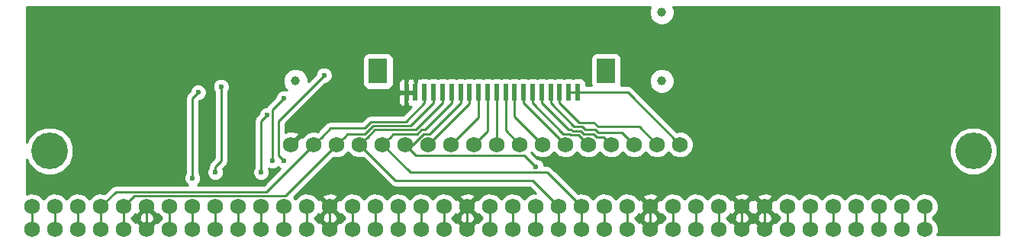
<source format=gbr>
G04 #@! TF.FileFunction,Copper,L1,Top,Signal*
%FSLAX46Y46*%
G04 Gerber Fmt 4.6, Leading zero omitted, Abs format (unit mm)*
G04 Created by KiCad (PCBNEW 4.0.4-stable) date 08/04/17 17:34:58*
%MOMM*%
%LPD*%
G01*
G04 APERTURE LIST*
%ADD10C,0.100000*%
%ADD11C,4.064000*%
%ADD12C,1.000000*%
%ADD13R,0.600000X1.900000*%
%ADD14R,2.100000X2.800000*%
%ADD15C,1.727200*%
%ADD16C,0.600000*%
%ADD17C,0.250000*%
%ADD18C,0.254000*%
G04 APERTURE END LIST*
D10*
D11*
X54000000Y10000000D03*
D12*
X81280000Y17780000D03*
X121920000Y17780000D03*
D11*
X156500000Y10000000D03*
D12*
X121920000Y25400000D03*
D13*
X112600000Y16510000D03*
X111600000Y16510000D03*
X110600000Y16510000D03*
X109600000Y16510000D03*
X108600000Y16510000D03*
X107600000Y16510000D03*
X106600000Y16510000D03*
X105600000Y16510000D03*
X104600000Y16510000D03*
X103600000Y16510000D03*
X102600000Y16510000D03*
X101600000Y16510000D03*
X100600000Y16510000D03*
X99600000Y16510000D03*
X98600000Y16510000D03*
X97600000Y16510000D03*
D14*
X90450000Y18860000D03*
X115750000Y18860000D03*
D13*
X96600000Y16510000D03*
X95600000Y16510000D03*
X94600000Y16510000D03*
X93600000Y16510000D03*
D15*
X69850000Y1270000D03*
X77470000Y1270000D03*
X120650000Y1270000D03*
X59690000Y1270000D03*
X52070000Y1270000D03*
X54610000Y1270000D03*
X57150000Y1270000D03*
X62230000Y1270000D03*
X72390000Y1270000D03*
X64770000Y1270000D03*
X67310000Y1270000D03*
X74930000Y1270000D03*
X85090000Y1270000D03*
X80010000Y1270000D03*
X82550000Y1270000D03*
X87630000Y1270000D03*
X97790000Y1270000D03*
X90170000Y1270000D03*
X92710000Y1270000D03*
X95250000Y1270000D03*
X100330000Y1270000D03*
X110490000Y1270000D03*
X102870000Y1270000D03*
X105410000Y1270000D03*
X107950000Y1270000D03*
X113030000Y1270000D03*
X123190000Y1270000D03*
X115570000Y1270000D03*
X118110000Y1270000D03*
X125730000Y1270000D03*
X135890000Y1270000D03*
X128270000Y1270000D03*
X130810000Y1270000D03*
X133350000Y1270000D03*
X138430000Y1270000D03*
X148590000Y1270000D03*
X140970000Y1270000D03*
X143510000Y1270000D03*
X146050000Y1270000D03*
X151130000Y1270000D03*
X133350000Y3810000D03*
X146050000Y3810000D03*
X128270000Y3810000D03*
X130810000Y3810000D03*
X140970000Y3810000D03*
X143510000Y3810000D03*
X135890000Y3810000D03*
X138430000Y3810000D03*
X148590000Y3810000D03*
X151130000Y3810000D03*
X82550000Y3810000D03*
X95250000Y3810000D03*
X77470000Y3810000D03*
X80010000Y3810000D03*
X90170000Y3810000D03*
X92710000Y3810000D03*
X85090000Y3810000D03*
X87630000Y3810000D03*
X97790000Y3810000D03*
X100330000Y3810000D03*
X57150000Y3810000D03*
X69850000Y3810000D03*
X52070000Y3810000D03*
X54610000Y3810000D03*
X64770000Y3810000D03*
X67310000Y3810000D03*
X59690000Y3810000D03*
X62230000Y3810000D03*
X72390000Y3810000D03*
X74930000Y3810000D03*
X107950000Y3810000D03*
X120650000Y3810000D03*
X102870000Y3810000D03*
X105410000Y3810000D03*
X115570000Y3810000D03*
X118110000Y3810000D03*
X110490000Y3810000D03*
X113030000Y3810000D03*
X123190000Y3810000D03*
X125730000Y3810000D03*
X121430553Y10703139D03*
X106190553Y10703139D03*
X103650553Y10703139D03*
X80790553Y10703139D03*
X83330553Y10703139D03*
X85870553Y10703139D03*
X113810553Y10703139D03*
X108730553Y10703139D03*
X111270553Y10703139D03*
X118890553Y10703139D03*
X116350553Y10703139D03*
X96030553Y10703139D03*
X93490553Y10703139D03*
X88410553Y10703139D03*
X90950553Y10703139D03*
X98570553Y10703139D03*
X123970553Y10703139D03*
X101110553Y10703139D03*
D16*
X107950000Y8255000D03*
X78740000Y8890000D03*
X80010000Y15875000D03*
X72390000Y7620000D03*
X73025000Y17145000D03*
X69850000Y6985000D03*
X70485000Y16510000D03*
X77470000Y7620000D03*
X78105000Y13970000D03*
X80010000Y8890000D03*
X84455000Y18415000D03*
D17*
X64770000Y1270000D02*
X64770000Y3810000D01*
X85090000Y1270000D02*
X85090000Y3810000D01*
X100330000Y1270000D02*
X100330000Y3810000D01*
X120650000Y1270000D02*
X120650000Y2491314D01*
X120650000Y2491314D02*
X120650000Y3810000D01*
X130810000Y1270000D02*
X130810000Y3810000D01*
X133350000Y1270000D02*
X133350000Y3810000D01*
X112600000Y16510000D02*
X118163692Y16510000D01*
X111600000Y16510000D02*
X112600000Y16510000D01*
X118163692Y16510000D02*
X123970553Y10703139D01*
X52070000Y1270000D02*
X52070000Y2491314D01*
X52070000Y2491314D02*
X52070000Y3810000D01*
X67310000Y1270000D02*
X67310000Y3810000D01*
X87630000Y1270000D02*
X87630000Y3810000D01*
X102870000Y1270000D02*
X102870000Y3810000D01*
X123190000Y1270000D02*
X123190000Y2491314D01*
X123190000Y2491314D02*
X123190000Y3810000D01*
X125730000Y1270000D02*
X125730000Y3810000D01*
X102600000Y16510000D02*
X102600000Y12192586D01*
X102600000Y12192586D02*
X101110553Y10703139D01*
X92710000Y1270000D02*
X92710000Y3810000D01*
X93531773Y13241773D02*
X89676365Y13241773D01*
X95600000Y16510000D02*
X95600000Y15310000D01*
X95600000Y15310000D02*
X93531773Y13241773D01*
X84194152Y11566738D02*
X83330553Y10703139D01*
X85142425Y12515011D02*
X84194152Y11566738D01*
X88949603Y12515011D02*
X85142425Y12515011D01*
X89676365Y13241773D02*
X88949603Y12515011D01*
X59690000Y1270000D02*
X59690000Y3810000D01*
X82466954Y9839540D02*
X83330553Y10703139D01*
X78076026Y5448612D02*
X82466954Y9839540D01*
X61328612Y5448612D02*
X78076026Y5448612D01*
X59690000Y3810000D02*
X61328612Y5448612D01*
X88962744Y11891740D02*
X87059154Y11891740D01*
X86734152Y11566738D02*
X85870553Y10703139D01*
X87059154Y11891740D02*
X86734152Y11566738D01*
X89862766Y12791762D02*
X88962744Y11891740D01*
X94081762Y12791762D02*
X89862766Y12791762D01*
X96600000Y15310000D02*
X94081762Y12791762D01*
X96600000Y16510000D02*
X96600000Y15310000D01*
X62230000Y1270000D02*
X62230000Y3810000D01*
X85870553Y10703139D02*
X80166015Y4998601D01*
X80166015Y4998601D02*
X63418601Y4998601D01*
X63418601Y4998601D02*
X63093599Y4673599D01*
X63093599Y4673599D02*
X62230000Y3810000D01*
X94271423Y10703139D02*
X93490553Y10703139D01*
X99600000Y16510000D02*
X99600000Y15310000D01*
X99600000Y15310000D02*
X96181740Y11891740D01*
X96181740Y11891740D02*
X95460024Y11891740D01*
X95460024Y11891740D02*
X94271423Y10703139D01*
X107950000Y1270000D02*
X107950000Y3810000D01*
X106690462Y9514538D02*
X107950000Y8255000D01*
X93490553Y10703139D02*
X94679154Y9514538D01*
X94679154Y9514538D02*
X106690462Y9514538D01*
X89274152Y11566738D02*
X88410553Y10703139D01*
X94631751Y12341751D02*
X90049165Y12341751D01*
X97600000Y16510000D02*
X97600000Y15310000D01*
X97600000Y15310000D02*
X94631751Y12341751D01*
X90049165Y12341751D02*
X89274152Y11566738D01*
X110490000Y1270000D02*
X110490000Y3810000D01*
X88410553Y10703139D02*
X92393712Y6719980D01*
X109626401Y4673599D02*
X110490000Y3810000D01*
X92393712Y6719980D02*
X107580020Y6719980D01*
X107580020Y6719980D02*
X109626401Y4673599D01*
X91814152Y11566738D02*
X90950553Y10703139D01*
X94823614Y11891740D02*
X92139154Y11891740D01*
X95631751Y12341751D02*
X95273624Y12341751D01*
X95273624Y12341751D02*
X94823614Y11891740D01*
X98600000Y16510000D02*
X98600000Y15310000D01*
X92139154Y11891740D02*
X91814152Y11566738D01*
X98600000Y15310000D02*
X95631751Y12341751D01*
X113030000Y1270000D02*
X113030000Y3810000D01*
X112166401Y4673599D02*
X113030000Y3810000D01*
X94023694Y7629998D02*
X109210002Y7629998D01*
X90950553Y10703139D02*
X94023694Y7629998D01*
X109210002Y7629998D02*
X112166401Y4673599D01*
X128270000Y1270000D02*
X128270000Y3810000D01*
X135890000Y1270000D02*
X135890000Y3810000D01*
X138430000Y1270000D02*
X138430000Y3810000D01*
X140970000Y3810000D02*
X140970000Y1270000D01*
X143510000Y1270000D02*
X143510000Y3810000D01*
X146050000Y1270000D02*
X146050000Y3810000D01*
X148590000Y1270000D02*
X148590000Y3810000D01*
X151130000Y1270000D02*
X151130000Y3810000D01*
X103600000Y16510000D02*
X103600000Y10753692D01*
X103600000Y10753692D02*
X103650553Y10703139D01*
X54610000Y1270000D02*
X54610000Y3810000D01*
X104600000Y16510000D02*
X104600000Y12293692D01*
X104600000Y12293692D02*
X106190553Y10703139D01*
X57150000Y1270000D02*
X57150000Y3810000D01*
X74930000Y1270000D02*
X74930000Y3810000D01*
X101600000Y16510000D02*
X101600000Y13732586D01*
X101600000Y13732586D02*
X98570553Y10703139D01*
X95250000Y1270000D02*
X95250000Y3810000D01*
X100600000Y16510000D02*
X100600000Y15272586D01*
X100600000Y15272586D02*
X96030553Y10703139D01*
X97790000Y1270000D02*
X97790000Y3810000D01*
X106600000Y16510000D02*
X106600000Y15310000D01*
X106600000Y15310000D02*
X111206861Y10703139D01*
X111206861Y10703139D02*
X111270553Y10703139D01*
X80010000Y1270000D02*
X80010000Y3810000D01*
X78740000Y14605000D02*
X78740000Y8890000D01*
X80010000Y15875000D02*
X78740000Y14605000D01*
X114381082Y11891740D02*
X114706084Y11566738D01*
X112900115Y12249987D02*
X113258362Y11891740D01*
X111931838Y12341751D02*
X112023601Y12249988D01*
X111568249Y12341751D02*
X111931838Y12341751D01*
X112023601Y12249988D02*
X112900115Y12249987D01*
X108600000Y16510000D02*
X108600000Y15310000D01*
X115486954Y11566738D02*
X116350553Y10703139D01*
X108600000Y15310000D02*
X111568249Y12341751D01*
X114706084Y11566738D02*
X115486954Y11566738D01*
X113258362Y11891740D02*
X114381082Y11891740D01*
X72390000Y1270000D02*
X72390000Y3810000D01*
X73025000Y8890000D02*
X72390000Y8255000D01*
X72390000Y8255000D02*
X72390000Y7620000D01*
X73025000Y17145000D02*
X73025000Y8890000D01*
X118026954Y11566738D02*
X118890553Y10703139D01*
X113444761Y12341751D02*
X114567482Y12341751D01*
X114567482Y12341751D02*
X114844232Y12065000D01*
X113086516Y12699996D02*
X113444761Y12341751D01*
X112210002Y12699998D02*
X113086516Y12699996D01*
X109600000Y15310000D02*
X112210002Y12699998D01*
X109600000Y16510000D02*
X109600000Y15310000D01*
X114844232Y12065000D02*
X117528692Y12065000D01*
X117528692Y12065000D02*
X118026954Y11566738D01*
X69850000Y1270000D02*
X69850000Y3810000D01*
X69850000Y15875000D02*
X69850000Y6985000D01*
X70485000Y16510000D02*
X69850000Y15875000D01*
X105600000Y16510000D02*
X105600000Y13833692D01*
X105600000Y13833692D02*
X108730553Y10703139D01*
X77470000Y1270000D02*
X77470000Y2491314D01*
X77470000Y2491314D02*
X77470000Y3810000D01*
X77470000Y13335000D02*
X77470000Y7620000D01*
X78105000Y13970000D02*
X77470000Y13335000D01*
X111745438Y11891740D02*
X111837200Y11799978D01*
X112713714Y11799978D02*
X112946954Y11566738D01*
X112946954Y11566738D02*
X113810553Y10703139D01*
X107600000Y16510000D02*
X107600000Y15310000D01*
X111837200Y11799978D02*
X112713714Y11799978D01*
X107600000Y15310000D02*
X111018260Y11891740D01*
X111018260Y11891740D02*
X111745438Y11891740D01*
X82550000Y1270000D02*
X82550000Y3810000D01*
X79375000Y9525000D02*
X80010000Y8890000D01*
X79375000Y13335000D02*
X79375000Y9525000D01*
X84455000Y18415000D02*
X79375000Y13335000D01*
X90170000Y1270000D02*
X90170000Y3810000D01*
X114845644Y12700000D02*
X119433692Y12700000D01*
X119433692Y12700000D02*
X121430553Y10703139D01*
X110600000Y15310000D02*
X112759993Y13150007D01*
X110600000Y16510000D02*
X110600000Y15310000D01*
X112759993Y13150007D02*
X114395644Y13150000D01*
X114395644Y13150000D02*
X114845644Y12700000D01*
X105410000Y1270000D02*
X105410000Y3810000D01*
X115570000Y1270000D02*
X115570000Y3810000D01*
X118110000Y1270000D02*
X118110000Y2491314D01*
X118110000Y2491314D02*
X118110000Y3810000D01*
D18*
G36*
X120523243Y25679100D02*
X120522758Y25123339D01*
X120734990Y24609697D01*
X121127630Y24216371D01*
X121640900Y24003243D01*
X122196661Y24002758D01*
X122710303Y24214990D01*
X123103629Y24607630D01*
X123316757Y25120900D01*
X123317242Y25676661D01*
X123189839Y25985000D01*
X159315000Y25985000D01*
X159315000Y685000D01*
X152509747Y685000D01*
X152628339Y970602D01*
X152628859Y1566782D01*
X152401192Y2117780D01*
X151979997Y2539710D01*
X151979069Y2540095D01*
X152399710Y2960003D01*
X152628339Y3510602D01*
X152628859Y4106782D01*
X152401192Y4657780D01*
X151979997Y5079710D01*
X151429398Y5308339D01*
X150833218Y5308859D01*
X150282220Y5081192D01*
X149860290Y4659997D01*
X149859905Y4659069D01*
X149439997Y5079710D01*
X148889398Y5308339D01*
X148293218Y5308859D01*
X147742220Y5081192D01*
X147320290Y4659997D01*
X147319905Y4659069D01*
X146899997Y5079710D01*
X146349398Y5308339D01*
X145753218Y5308859D01*
X145202220Y5081192D01*
X144780290Y4659997D01*
X144779905Y4659069D01*
X144359997Y5079710D01*
X143809398Y5308339D01*
X143213218Y5308859D01*
X142662220Y5081192D01*
X142240290Y4659997D01*
X142239905Y4659069D01*
X141819997Y5079710D01*
X141269398Y5308339D01*
X140673218Y5308859D01*
X140122220Y5081192D01*
X139700290Y4659997D01*
X139699905Y4659069D01*
X139279997Y5079710D01*
X138729398Y5308339D01*
X138133218Y5308859D01*
X137582220Y5081192D01*
X137160290Y4659997D01*
X137159905Y4659069D01*
X136739997Y5079710D01*
X136189398Y5308339D01*
X135593218Y5308859D01*
X135042220Y5081192D01*
X134620290Y4659997D01*
X134603459Y4619463D01*
X134403805Y4684200D01*
X133529605Y3810000D01*
X134403805Y2935800D01*
X134603033Y3000399D01*
X134618808Y2962220D01*
X135040003Y2540290D01*
X135040931Y2539905D01*
X134620290Y2119997D01*
X134603459Y2079463D01*
X134403805Y2144200D01*
X133529605Y1270000D01*
X133543748Y1255858D01*
X133364143Y1076253D01*
X133350000Y1090395D01*
X133335858Y1076253D01*
X133156253Y1255858D01*
X133170395Y1270000D01*
X132296195Y2144200D01*
X132080000Y2074099D01*
X131863805Y2144200D01*
X130989605Y1270000D01*
X131003748Y1255858D01*
X130824143Y1076253D01*
X130810000Y1090395D01*
X130795858Y1076253D01*
X130616253Y1255858D01*
X130630395Y1270000D01*
X129756195Y2144200D01*
X129556967Y2079601D01*
X129541192Y2117780D01*
X129119997Y2539710D01*
X129119069Y2540095D01*
X129335546Y2756195D01*
X129935800Y2756195D01*
X130005901Y2540000D01*
X129935800Y2323805D01*
X130810000Y1449605D01*
X131684200Y2323805D01*
X131614099Y2540000D01*
X131684200Y2756195D01*
X132475800Y2756195D01*
X132545901Y2540000D01*
X132475800Y2323805D01*
X133350000Y1449605D01*
X134224200Y2323805D01*
X134154099Y2540000D01*
X134224200Y2756195D01*
X133350000Y3630395D01*
X132475800Y2756195D01*
X131684200Y2756195D01*
X130810000Y3630395D01*
X129935800Y2756195D01*
X129335546Y2756195D01*
X129539710Y2960003D01*
X129556541Y3000537D01*
X129756195Y2935800D01*
X130630395Y3810000D01*
X130989605Y3810000D01*
X131863805Y2935800D01*
X132080000Y3005901D01*
X132296195Y2935800D01*
X133170395Y3810000D01*
X132296195Y4684200D01*
X132080000Y4614099D01*
X131863805Y4684200D01*
X130989605Y3810000D01*
X130630395Y3810000D01*
X129756195Y4684200D01*
X129556967Y4619601D01*
X129541192Y4657780D01*
X129335526Y4863805D01*
X129935800Y4863805D01*
X130810000Y3989605D01*
X131684200Y4863805D01*
X132475800Y4863805D01*
X133350000Y3989605D01*
X134224200Y4863805D01*
X134142259Y5116516D01*
X133581970Y5320248D01*
X132986365Y5294058D01*
X132557741Y5116516D01*
X132475800Y4863805D01*
X131684200Y4863805D01*
X131602259Y5116516D01*
X131041970Y5320248D01*
X130446365Y5294058D01*
X130017741Y5116516D01*
X129935800Y4863805D01*
X129335526Y4863805D01*
X129119997Y5079710D01*
X128569398Y5308339D01*
X127973218Y5308859D01*
X127422220Y5081192D01*
X127000290Y4659997D01*
X126999905Y4659069D01*
X126579997Y5079710D01*
X126029398Y5308339D01*
X125433218Y5308859D01*
X124882220Y5081192D01*
X124460290Y4659997D01*
X124459905Y4659069D01*
X124039997Y5079710D01*
X123489398Y5308339D01*
X122893218Y5308859D01*
X122342220Y5081192D01*
X121920290Y4659997D01*
X121903459Y4619463D01*
X121703805Y4684200D01*
X120829605Y3810000D01*
X121703805Y2935800D01*
X121903033Y3000399D01*
X121918808Y2962220D01*
X122340003Y2540290D01*
X122340931Y2539905D01*
X121920290Y2119997D01*
X121903459Y2079463D01*
X121703805Y2144200D01*
X120829605Y1270000D01*
X120843748Y1255858D01*
X120664143Y1076253D01*
X120650000Y1090395D01*
X120635858Y1076253D01*
X120456253Y1255858D01*
X120470395Y1270000D01*
X119596195Y2144200D01*
X119396967Y2079601D01*
X119381192Y2117780D01*
X118959997Y2539710D01*
X118959069Y2540095D01*
X119175546Y2756195D01*
X119775800Y2756195D01*
X119845901Y2540000D01*
X119775800Y2323805D01*
X120650000Y1449605D01*
X121524200Y2323805D01*
X121454099Y2540000D01*
X121524200Y2756195D01*
X120650000Y3630395D01*
X119775800Y2756195D01*
X119175546Y2756195D01*
X119379710Y2960003D01*
X119396541Y3000537D01*
X119596195Y2935800D01*
X120470395Y3810000D01*
X119596195Y4684200D01*
X119396967Y4619601D01*
X119381192Y4657780D01*
X119175526Y4863805D01*
X119775800Y4863805D01*
X120650000Y3989605D01*
X121524200Y4863805D01*
X121442259Y5116516D01*
X120881970Y5320248D01*
X120286365Y5294058D01*
X119857741Y5116516D01*
X119775800Y4863805D01*
X119175526Y4863805D01*
X118959997Y5079710D01*
X118409398Y5308339D01*
X117813218Y5308859D01*
X117262220Y5081192D01*
X116840290Y4659997D01*
X116839905Y4659069D01*
X116419997Y5079710D01*
X115869398Y5308339D01*
X115273218Y5308859D01*
X114722220Y5081192D01*
X114300290Y4659997D01*
X114299905Y4659069D01*
X113879997Y5079710D01*
X113329398Y5308339D01*
X112733218Y5308859D01*
X112643156Y5271646D01*
X109747403Y8167399D01*
X109500841Y8332146D01*
X109210002Y8389998D01*
X108885118Y8389998D01*
X108885162Y8440167D01*
X108743117Y8783943D01*
X108480327Y9047192D01*
X108136799Y9189838D01*
X108089923Y9189879D01*
X107443447Y9836355D01*
X107460263Y9853142D01*
X107460648Y9854070D01*
X107880556Y9433429D01*
X108431155Y9204800D01*
X109027335Y9204280D01*
X109578333Y9431947D01*
X110000263Y9853142D01*
X110000648Y9854070D01*
X110420556Y9433429D01*
X110971155Y9204800D01*
X111567335Y9204280D01*
X112118333Y9431947D01*
X112540263Y9853142D01*
X112540648Y9854070D01*
X112960556Y9433429D01*
X113511155Y9204800D01*
X114107335Y9204280D01*
X114658333Y9431947D01*
X115080263Y9853142D01*
X115080648Y9854070D01*
X115500556Y9433429D01*
X116051155Y9204800D01*
X116647335Y9204280D01*
X117198333Y9431947D01*
X117620263Y9853142D01*
X117620648Y9854070D01*
X118040556Y9433429D01*
X118591155Y9204800D01*
X119187335Y9204280D01*
X119738333Y9431947D01*
X120160263Y9853142D01*
X120160648Y9854070D01*
X120580556Y9433429D01*
X121131155Y9204800D01*
X121727335Y9204280D01*
X122278333Y9431947D01*
X122700263Y9853142D01*
X122700648Y9854070D01*
X123120556Y9433429D01*
X123671155Y9204800D01*
X124267335Y9204280D01*
X124818333Y9431947D01*
X124858283Y9471828D01*
X153832538Y9471828D01*
X154237709Y8491239D01*
X154987293Y7740345D01*
X155967173Y7333464D01*
X157028172Y7332538D01*
X158008761Y7737709D01*
X158759655Y8487293D01*
X159166536Y9467173D01*
X159167462Y10528172D01*
X158762291Y11508761D01*
X158012707Y12259655D01*
X157032827Y12666536D01*
X155971828Y12667462D01*
X154991239Y12262291D01*
X154240345Y11512707D01*
X153833464Y10532827D01*
X153832538Y9471828D01*
X124858283Y9471828D01*
X125240263Y9853142D01*
X125468892Y10403741D01*
X125469412Y10999921D01*
X125241745Y11550919D01*
X124820550Y11972849D01*
X124269951Y12201478D01*
X123673771Y12201998D01*
X123583709Y12164785D01*
X118701093Y17047401D01*
X118454531Y17212148D01*
X118163692Y17270000D01*
X117408964Y17270000D01*
X117447440Y17460000D01*
X117447440Y17503339D01*
X120522758Y17503339D01*
X120734990Y16989697D01*
X121127630Y16596371D01*
X121640900Y16383243D01*
X122196661Y16382758D01*
X122710303Y16594990D01*
X123103629Y16987630D01*
X123316757Y17500900D01*
X123317242Y18056661D01*
X123105010Y18570303D01*
X122712370Y18963629D01*
X122199100Y19176757D01*
X121643339Y19177242D01*
X121129697Y18965010D01*
X120736371Y18572370D01*
X120523243Y18059100D01*
X120522758Y17503339D01*
X117447440Y17503339D01*
X117447440Y20260000D01*
X117403162Y20495317D01*
X117264090Y20711441D01*
X117051890Y20856431D01*
X116800000Y20907440D01*
X114700000Y20907440D01*
X114464683Y20863162D01*
X114248559Y20724090D01*
X114103569Y20511890D01*
X114052560Y20260000D01*
X114052560Y17460000D01*
X114088311Y17270000D01*
X113547440Y17270000D01*
X113547440Y17460000D01*
X113503162Y17695317D01*
X113364090Y17911441D01*
X113151890Y18056431D01*
X112900000Y18107440D01*
X112300000Y18107440D01*
X112092658Y18068426D01*
X111900000Y18107440D01*
X111300000Y18107440D01*
X111092658Y18068426D01*
X110900000Y18107440D01*
X110300000Y18107440D01*
X110092658Y18068426D01*
X109900000Y18107440D01*
X109300000Y18107440D01*
X109092658Y18068426D01*
X108900000Y18107440D01*
X108300000Y18107440D01*
X108092658Y18068426D01*
X107900000Y18107440D01*
X107300000Y18107440D01*
X107092658Y18068426D01*
X106900000Y18107440D01*
X106300000Y18107440D01*
X106092658Y18068426D01*
X105900000Y18107440D01*
X105300000Y18107440D01*
X105092658Y18068426D01*
X104900000Y18107440D01*
X104300000Y18107440D01*
X104092658Y18068426D01*
X103900000Y18107440D01*
X103300000Y18107440D01*
X103092658Y18068426D01*
X102900000Y18107440D01*
X102300000Y18107440D01*
X102092658Y18068426D01*
X101900000Y18107440D01*
X101300000Y18107440D01*
X101092658Y18068426D01*
X100900000Y18107440D01*
X100300000Y18107440D01*
X100092658Y18068426D01*
X99900000Y18107440D01*
X99300000Y18107440D01*
X99092658Y18068426D01*
X98900000Y18107440D01*
X98300000Y18107440D01*
X98092658Y18068426D01*
X97900000Y18107440D01*
X97300000Y18107440D01*
X97092658Y18068426D01*
X96900000Y18107440D01*
X96300000Y18107440D01*
X96092658Y18068426D01*
X95900000Y18107440D01*
X95300000Y18107440D01*
X95091150Y18068142D01*
X95026309Y18095000D01*
X94885750Y18095000D01*
X94727000Y17936250D01*
X94727000Y17746182D01*
X94703569Y17711890D01*
X94652560Y17460000D01*
X94652560Y16363000D01*
X94473000Y16363000D01*
X94473000Y16383000D01*
X93727000Y16383000D01*
X93727000Y16286250D01*
X93665000Y16224250D01*
X93665000Y15433690D01*
X93727000Y15284009D01*
X93727000Y15083750D01*
X93885750Y14925000D01*
X94026309Y14925000D01*
X94100000Y14955524D01*
X94150008Y14934810D01*
X93216971Y14001773D01*
X89676365Y14001773D01*
X89385526Y13943921D01*
X89138964Y13779174D01*
X88634801Y13275011D01*
X85142425Y13275011D01*
X84851586Y13217159D01*
X84605024Y13052412D01*
X83717667Y12165055D01*
X83629951Y12201478D01*
X83033771Y12201998D01*
X82482773Y11974331D01*
X82060843Y11553136D01*
X82044012Y11512602D01*
X81844358Y11577339D01*
X80970158Y10703139D01*
X80984301Y10688997D01*
X80804696Y10509392D01*
X80790553Y10523534D01*
X80776411Y10509392D01*
X80596806Y10688997D01*
X80610948Y10703139D01*
X80596806Y10717282D01*
X80776411Y10896887D01*
X80790553Y10882744D01*
X81664753Y11756944D01*
X81582812Y12009655D01*
X81022523Y12213387D01*
X80426918Y12187197D01*
X80135000Y12066281D01*
X80135000Y13020198D01*
X83339052Y16224250D01*
X92665000Y16224250D01*
X92665000Y15433690D01*
X92761673Y15200301D01*
X92940302Y15021673D01*
X93173691Y14925000D01*
X93314250Y14925000D01*
X93473000Y15083750D01*
X93473000Y16383000D01*
X92823750Y16383000D01*
X92665000Y16224250D01*
X83339052Y16224250D01*
X84594680Y17479878D01*
X84640167Y17479838D01*
X84983943Y17621883D01*
X85247192Y17884673D01*
X85389838Y18228201D01*
X85390162Y18600167D01*
X85248117Y18943943D01*
X84985327Y19207192D01*
X84641799Y19349838D01*
X84269833Y19350162D01*
X83926057Y19208117D01*
X83662808Y18945327D01*
X83520162Y18601799D01*
X83520121Y18554923D01*
X82676941Y17711743D01*
X82677242Y18056661D01*
X82465010Y18570303D01*
X82072370Y18963629D01*
X81559100Y19176757D01*
X81003339Y19177242D01*
X80489697Y18965010D01*
X80096371Y18572370D01*
X79883243Y18059100D01*
X79882758Y17503339D01*
X80094990Y16989697D01*
X80329571Y16754706D01*
X80196799Y16809838D01*
X79824833Y16810162D01*
X79481057Y16668117D01*
X79217808Y16405327D01*
X79075162Y16061799D01*
X79075121Y16014923D01*
X78202599Y15142401D01*
X78044009Y14905054D01*
X77919833Y14905162D01*
X77576057Y14763117D01*
X77312808Y14500327D01*
X77170162Y14156799D01*
X77170121Y14109923D01*
X76932599Y13872401D01*
X76767852Y13625839D01*
X76710000Y13335000D01*
X76710000Y8182463D01*
X76677808Y8150327D01*
X76535162Y7806799D01*
X76534838Y7434833D01*
X76676883Y7091057D01*
X76939673Y6827808D01*
X77283201Y6685162D01*
X77655167Y6684838D01*
X77998943Y6826883D01*
X78262192Y7089673D01*
X78404838Y7433201D01*
X78405162Y7805167D01*
X78299690Y8060430D01*
X78553201Y7955162D01*
X78925167Y7954838D01*
X79268943Y8096883D01*
X79374954Y8202710D01*
X79479673Y8097808D01*
X79600322Y8047710D01*
X77761224Y6208612D01*
X70395701Y6208612D01*
X70642192Y6454673D01*
X70784838Y6798201D01*
X70785162Y7170167D01*
X70675805Y7434833D01*
X71454838Y7434833D01*
X71596883Y7091057D01*
X71859673Y6827808D01*
X72203201Y6685162D01*
X72575167Y6684838D01*
X72918943Y6826883D01*
X73182192Y7089673D01*
X73324838Y7433201D01*
X73325162Y7805167D01*
X73234467Y8024665D01*
X73562401Y8352599D01*
X73727148Y8599161D01*
X73785000Y8890000D01*
X73785000Y16582537D01*
X73817192Y16614673D01*
X73959838Y16958201D01*
X73960162Y17330167D01*
X73818117Y17673943D01*
X73555327Y17937192D01*
X73211799Y18079838D01*
X72839833Y18080162D01*
X72496057Y17938117D01*
X72232808Y17675327D01*
X72090162Y17331799D01*
X72089838Y16959833D01*
X72231883Y16616057D01*
X72265000Y16582882D01*
X72265000Y9204802D01*
X71852599Y8792401D01*
X71687852Y8545839D01*
X71630000Y8255000D01*
X71630000Y8182463D01*
X71597808Y8150327D01*
X71455162Y7806799D01*
X71454838Y7434833D01*
X70675805Y7434833D01*
X70643117Y7513943D01*
X70610000Y7547118D01*
X70610000Y15560198D01*
X70624680Y15574878D01*
X70670167Y15574838D01*
X71013943Y15716883D01*
X71277192Y15979673D01*
X71419838Y16323201D01*
X71420162Y16695167D01*
X71278117Y17038943D01*
X71015327Y17302192D01*
X70671799Y17444838D01*
X70299833Y17445162D01*
X69956057Y17303117D01*
X69692808Y17040327D01*
X69550162Y16696799D01*
X69550121Y16649923D01*
X69312599Y16412401D01*
X69147852Y16165839D01*
X69090000Y15875000D01*
X69090000Y7547463D01*
X69057808Y7515327D01*
X68915162Y7171799D01*
X68914838Y6799833D01*
X69056883Y6456057D01*
X69303897Y6208612D01*
X61328612Y6208612D01*
X61037772Y6150760D01*
X60791211Y5986013D01*
X60077114Y5271916D01*
X59989398Y5308339D01*
X59393218Y5308859D01*
X58842220Y5081192D01*
X58420290Y4659997D01*
X58419905Y4659069D01*
X57999997Y5079710D01*
X57449398Y5308339D01*
X56853218Y5308859D01*
X56302220Y5081192D01*
X55880290Y4659997D01*
X55879905Y4659069D01*
X55459997Y5079710D01*
X54909398Y5308339D01*
X54313218Y5308859D01*
X53762220Y5081192D01*
X53340290Y4659997D01*
X53339905Y4659069D01*
X52919997Y5079710D01*
X52369398Y5308339D01*
X51773218Y5308859D01*
X51485000Y5189770D01*
X51485000Y9102842D01*
X51737709Y8491239D01*
X52487293Y7740345D01*
X53467173Y7333464D01*
X54528172Y7332538D01*
X55508761Y7737709D01*
X56259655Y8487293D01*
X56666536Y9467173D01*
X56667462Y10528172D01*
X56262291Y11508761D01*
X55512707Y12259655D01*
X54532827Y12666536D01*
X53471828Y12667462D01*
X52491239Y12262291D01*
X51740345Y11512707D01*
X51485000Y10897767D01*
X51485000Y20260000D01*
X88752560Y20260000D01*
X88752560Y17460000D01*
X88796838Y17224683D01*
X88935910Y17008559D01*
X89148110Y16863569D01*
X89400000Y16812560D01*
X91500000Y16812560D01*
X91735317Y16856838D01*
X91951441Y16995910D01*
X92096431Y17208110D01*
X92147440Y17460000D01*
X92147440Y17586310D01*
X92665000Y17586310D01*
X92665000Y16795750D01*
X92823750Y16637000D01*
X93473000Y16637000D01*
X93473000Y17586310D01*
X93665000Y17586310D01*
X93665000Y16795750D01*
X93727000Y16733750D01*
X93727000Y16637000D01*
X94473000Y16637000D01*
X94473000Y16733750D01*
X94535000Y16795750D01*
X94535000Y17586310D01*
X94473000Y17735991D01*
X94473000Y17936250D01*
X94314250Y18095000D01*
X94173691Y18095000D01*
X94100000Y18064476D01*
X94026309Y18095000D01*
X93885750Y18095000D01*
X93727000Y17936250D01*
X93727000Y17735991D01*
X93665000Y17586310D01*
X93473000Y17586310D01*
X93473000Y17936250D01*
X93314250Y18095000D01*
X93173691Y18095000D01*
X92940302Y17998327D01*
X92761673Y17819699D01*
X92665000Y17586310D01*
X92147440Y17586310D01*
X92147440Y20260000D01*
X92103162Y20495317D01*
X91964090Y20711441D01*
X91751890Y20856431D01*
X91500000Y20907440D01*
X89400000Y20907440D01*
X89164683Y20863162D01*
X88948559Y20724090D01*
X88803569Y20511890D01*
X88752560Y20260000D01*
X51485000Y20260000D01*
X51485000Y25985000D01*
X120650264Y25985000D01*
X120523243Y25679100D01*
X120523243Y25679100D01*
G37*
X120523243Y25679100D02*
X120522758Y25123339D01*
X120734990Y24609697D01*
X121127630Y24216371D01*
X121640900Y24003243D01*
X122196661Y24002758D01*
X122710303Y24214990D01*
X123103629Y24607630D01*
X123316757Y25120900D01*
X123317242Y25676661D01*
X123189839Y25985000D01*
X159315000Y25985000D01*
X159315000Y685000D01*
X152509747Y685000D01*
X152628339Y970602D01*
X152628859Y1566782D01*
X152401192Y2117780D01*
X151979997Y2539710D01*
X151979069Y2540095D01*
X152399710Y2960003D01*
X152628339Y3510602D01*
X152628859Y4106782D01*
X152401192Y4657780D01*
X151979997Y5079710D01*
X151429398Y5308339D01*
X150833218Y5308859D01*
X150282220Y5081192D01*
X149860290Y4659997D01*
X149859905Y4659069D01*
X149439997Y5079710D01*
X148889398Y5308339D01*
X148293218Y5308859D01*
X147742220Y5081192D01*
X147320290Y4659997D01*
X147319905Y4659069D01*
X146899997Y5079710D01*
X146349398Y5308339D01*
X145753218Y5308859D01*
X145202220Y5081192D01*
X144780290Y4659997D01*
X144779905Y4659069D01*
X144359997Y5079710D01*
X143809398Y5308339D01*
X143213218Y5308859D01*
X142662220Y5081192D01*
X142240290Y4659997D01*
X142239905Y4659069D01*
X141819997Y5079710D01*
X141269398Y5308339D01*
X140673218Y5308859D01*
X140122220Y5081192D01*
X139700290Y4659997D01*
X139699905Y4659069D01*
X139279997Y5079710D01*
X138729398Y5308339D01*
X138133218Y5308859D01*
X137582220Y5081192D01*
X137160290Y4659997D01*
X137159905Y4659069D01*
X136739997Y5079710D01*
X136189398Y5308339D01*
X135593218Y5308859D01*
X135042220Y5081192D01*
X134620290Y4659997D01*
X134603459Y4619463D01*
X134403805Y4684200D01*
X133529605Y3810000D01*
X134403805Y2935800D01*
X134603033Y3000399D01*
X134618808Y2962220D01*
X135040003Y2540290D01*
X135040931Y2539905D01*
X134620290Y2119997D01*
X134603459Y2079463D01*
X134403805Y2144200D01*
X133529605Y1270000D01*
X133543748Y1255858D01*
X133364143Y1076253D01*
X133350000Y1090395D01*
X133335858Y1076253D01*
X133156253Y1255858D01*
X133170395Y1270000D01*
X132296195Y2144200D01*
X132080000Y2074099D01*
X131863805Y2144200D01*
X130989605Y1270000D01*
X131003748Y1255858D01*
X130824143Y1076253D01*
X130810000Y1090395D01*
X130795858Y1076253D01*
X130616253Y1255858D01*
X130630395Y1270000D01*
X129756195Y2144200D01*
X129556967Y2079601D01*
X129541192Y2117780D01*
X129119997Y2539710D01*
X129119069Y2540095D01*
X129335546Y2756195D01*
X129935800Y2756195D01*
X130005901Y2540000D01*
X129935800Y2323805D01*
X130810000Y1449605D01*
X131684200Y2323805D01*
X131614099Y2540000D01*
X131684200Y2756195D01*
X132475800Y2756195D01*
X132545901Y2540000D01*
X132475800Y2323805D01*
X133350000Y1449605D01*
X134224200Y2323805D01*
X134154099Y2540000D01*
X134224200Y2756195D01*
X133350000Y3630395D01*
X132475800Y2756195D01*
X131684200Y2756195D01*
X130810000Y3630395D01*
X129935800Y2756195D01*
X129335546Y2756195D01*
X129539710Y2960003D01*
X129556541Y3000537D01*
X129756195Y2935800D01*
X130630395Y3810000D01*
X130989605Y3810000D01*
X131863805Y2935800D01*
X132080000Y3005901D01*
X132296195Y2935800D01*
X133170395Y3810000D01*
X132296195Y4684200D01*
X132080000Y4614099D01*
X131863805Y4684200D01*
X130989605Y3810000D01*
X130630395Y3810000D01*
X129756195Y4684200D01*
X129556967Y4619601D01*
X129541192Y4657780D01*
X129335526Y4863805D01*
X129935800Y4863805D01*
X130810000Y3989605D01*
X131684200Y4863805D01*
X132475800Y4863805D01*
X133350000Y3989605D01*
X134224200Y4863805D01*
X134142259Y5116516D01*
X133581970Y5320248D01*
X132986365Y5294058D01*
X132557741Y5116516D01*
X132475800Y4863805D01*
X131684200Y4863805D01*
X131602259Y5116516D01*
X131041970Y5320248D01*
X130446365Y5294058D01*
X130017741Y5116516D01*
X129935800Y4863805D01*
X129335526Y4863805D01*
X129119997Y5079710D01*
X128569398Y5308339D01*
X127973218Y5308859D01*
X127422220Y5081192D01*
X127000290Y4659997D01*
X126999905Y4659069D01*
X126579997Y5079710D01*
X126029398Y5308339D01*
X125433218Y5308859D01*
X124882220Y5081192D01*
X124460290Y4659997D01*
X124459905Y4659069D01*
X124039997Y5079710D01*
X123489398Y5308339D01*
X122893218Y5308859D01*
X122342220Y5081192D01*
X121920290Y4659997D01*
X121903459Y4619463D01*
X121703805Y4684200D01*
X120829605Y3810000D01*
X121703805Y2935800D01*
X121903033Y3000399D01*
X121918808Y2962220D01*
X122340003Y2540290D01*
X122340931Y2539905D01*
X121920290Y2119997D01*
X121903459Y2079463D01*
X121703805Y2144200D01*
X120829605Y1270000D01*
X120843748Y1255858D01*
X120664143Y1076253D01*
X120650000Y1090395D01*
X120635858Y1076253D01*
X120456253Y1255858D01*
X120470395Y1270000D01*
X119596195Y2144200D01*
X119396967Y2079601D01*
X119381192Y2117780D01*
X118959997Y2539710D01*
X118959069Y2540095D01*
X119175546Y2756195D01*
X119775800Y2756195D01*
X119845901Y2540000D01*
X119775800Y2323805D01*
X120650000Y1449605D01*
X121524200Y2323805D01*
X121454099Y2540000D01*
X121524200Y2756195D01*
X120650000Y3630395D01*
X119775800Y2756195D01*
X119175546Y2756195D01*
X119379710Y2960003D01*
X119396541Y3000537D01*
X119596195Y2935800D01*
X120470395Y3810000D01*
X119596195Y4684200D01*
X119396967Y4619601D01*
X119381192Y4657780D01*
X119175526Y4863805D01*
X119775800Y4863805D01*
X120650000Y3989605D01*
X121524200Y4863805D01*
X121442259Y5116516D01*
X120881970Y5320248D01*
X120286365Y5294058D01*
X119857741Y5116516D01*
X119775800Y4863805D01*
X119175526Y4863805D01*
X118959997Y5079710D01*
X118409398Y5308339D01*
X117813218Y5308859D01*
X117262220Y5081192D01*
X116840290Y4659997D01*
X116839905Y4659069D01*
X116419997Y5079710D01*
X115869398Y5308339D01*
X115273218Y5308859D01*
X114722220Y5081192D01*
X114300290Y4659997D01*
X114299905Y4659069D01*
X113879997Y5079710D01*
X113329398Y5308339D01*
X112733218Y5308859D01*
X112643156Y5271646D01*
X109747403Y8167399D01*
X109500841Y8332146D01*
X109210002Y8389998D01*
X108885118Y8389998D01*
X108885162Y8440167D01*
X108743117Y8783943D01*
X108480327Y9047192D01*
X108136799Y9189838D01*
X108089923Y9189879D01*
X107443447Y9836355D01*
X107460263Y9853142D01*
X107460648Y9854070D01*
X107880556Y9433429D01*
X108431155Y9204800D01*
X109027335Y9204280D01*
X109578333Y9431947D01*
X110000263Y9853142D01*
X110000648Y9854070D01*
X110420556Y9433429D01*
X110971155Y9204800D01*
X111567335Y9204280D01*
X112118333Y9431947D01*
X112540263Y9853142D01*
X112540648Y9854070D01*
X112960556Y9433429D01*
X113511155Y9204800D01*
X114107335Y9204280D01*
X114658333Y9431947D01*
X115080263Y9853142D01*
X115080648Y9854070D01*
X115500556Y9433429D01*
X116051155Y9204800D01*
X116647335Y9204280D01*
X117198333Y9431947D01*
X117620263Y9853142D01*
X117620648Y9854070D01*
X118040556Y9433429D01*
X118591155Y9204800D01*
X119187335Y9204280D01*
X119738333Y9431947D01*
X120160263Y9853142D01*
X120160648Y9854070D01*
X120580556Y9433429D01*
X121131155Y9204800D01*
X121727335Y9204280D01*
X122278333Y9431947D01*
X122700263Y9853142D01*
X122700648Y9854070D01*
X123120556Y9433429D01*
X123671155Y9204800D01*
X124267335Y9204280D01*
X124818333Y9431947D01*
X124858283Y9471828D01*
X153832538Y9471828D01*
X154237709Y8491239D01*
X154987293Y7740345D01*
X155967173Y7333464D01*
X157028172Y7332538D01*
X158008761Y7737709D01*
X158759655Y8487293D01*
X159166536Y9467173D01*
X159167462Y10528172D01*
X158762291Y11508761D01*
X158012707Y12259655D01*
X157032827Y12666536D01*
X155971828Y12667462D01*
X154991239Y12262291D01*
X154240345Y11512707D01*
X153833464Y10532827D01*
X153832538Y9471828D01*
X124858283Y9471828D01*
X125240263Y9853142D01*
X125468892Y10403741D01*
X125469412Y10999921D01*
X125241745Y11550919D01*
X124820550Y11972849D01*
X124269951Y12201478D01*
X123673771Y12201998D01*
X123583709Y12164785D01*
X118701093Y17047401D01*
X118454531Y17212148D01*
X118163692Y17270000D01*
X117408964Y17270000D01*
X117447440Y17460000D01*
X117447440Y17503339D01*
X120522758Y17503339D01*
X120734990Y16989697D01*
X121127630Y16596371D01*
X121640900Y16383243D01*
X122196661Y16382758D01*
X122710303Y16594990D01*
X123103629Y16987630D01*
X123316757Y17500900D01*
X123317242Y18056661D01*
X123105010Y18570303D01*
X122712370Y18963629D01*
X122199100Y19176757D01*
X121643339Y19177242D01*
X121129697Y18965010D01*
X120736371Y18572370D01*
X120523243Y18059100D01*
X120522758Y17503339D01*
X117447440Y17503339D01*
X117447440Y20260000D01*
X117403162Y20495317D01*
X117264090Y20711441D01*
X117051890Y20856431D01*
X116800000Y20907440D01*
X114700000Y20907440D01*
X114464683Y20863162D01*
X114248559Y20724090D01*
X114103569Y20511890D01*
X114052560Y20260000D01*
X114052560Y17460000D01*
X114088311Y17270000D01*
X113547440Y17270000D01*
X113547440Y17460000D01*
X113503162Y17695317D01*
X113364090Y17911441D01*
X113151890Y18056431D01*
X112900000Y18107440D01*
X112300000Y18107440D01*
X112092658Y18068426D01*
X111900000Y18107440D01*
X111300000Y18107440D01*
X111092658Y18068426D01*
X110900000Y18107440D01*
X110300000Y18107440D01*
X110092658Y18068426D01*
X109900000Y18107440D01*
X109300000Y18107440D01*
X109092658Y18068426D01*
X108900000Y18107440D01*
X108300000Y18107440D01*
X108092658Y18068426D01*
X107900000Y18107440D01*
X107300000Y18107440D01*
X107092658Y18068426D01*
X106900000Y18107440D01*
X106300000Y18107440D01*
X106092658Y18068426D01*
X105900000Y18107440D01*
X105300000Y18107440D01*
X105092658Y18068426D01*
X104900000Y18107440D01*
X104300000Y18107440D01*
X104092658Y18068426D01*
X103900000Y18107440D01*
X103300000Y18107440D01*
X103092658Y18068426D01*
X102900000Y18107440D01*
X102300000Y18107440D01*
X102092658Y18068426D01*
X101900000Y18107440D01*
X101300000Y18107440D01*
X101092658Y18068426D01*
X100900000Y18107440D01*
X100300000Y18107440D01*
X100092658Y18068426D01*
X99900000Y18107440D01*
X99300000Y18107440D01*
X99092658Y18068426D01*
X98900000Y18107440D01*
X98300000Y18107440D01*
X98092658Y18068426D01*
X97900000Y18107440D01*
X97300000Y18107440D01*
X97092658Y18068426D01*
X96900000Y18107440D01*
X96300000Y18107440D01*
X96092658Y18068426D01*
X95900000Y18107440D01*
X95300000Y18107440D01*
X95091150Y18068142D01*
X95026309Y18095000D01*
X94885750Y18095000D01*
X94727000Y17936250D01*
X94727000Y17746182D01*
X94703569Y17711890D01*
X94652560Y17460000D01*
X94652560Y16363000D01*
X94473000Y16363000D01*
X94473000Y16383000D01*
X93727000Y16383000D01*
X93727000Y16286250D01*
X93665000Y16224250D01*
X93665000Y15433690D01*
X93727000Y15284009D01*
X93727000Y15083750D01*
X93885750Y14925000D01*
X94026309Y14925000D01*
X94100000Y14955524D01*
X94150008Y14934810D01*
X93216971Y14001773D01*
X89676365Y14001773D01*
X89385526Y13943921D01*
X89138964Y13779174D01*
X88634801Y13275011D01*
X85142425Y13275011D01*
X84851586Y13217159D01*
X84605024Y13052412D01*
X83717667Y12165055D01*
X83629951Y12201478D01*
X83033771Y12201998D01*
X82482773Y11974331D01*
X82060843Y11553136D01*
X82044012Y11512602D01*
X81844358Y11577339D01*
X80970158Y10703139D01*
X80984301Y10688997D01*
X80804696Y10509392D01*
X80790553Y10523534D01*
X80776411Y10509392D01*
X80596806Y10688997D01*
X80610948Y10703139D01*
X80596806Y10717282D01*
X80776411Y10896887D01*
X80790553Y10882744D01*
X81664753Y11756944D01*
X81582812Y12009655D01*
X81022523Y12213387D01*
X80426918Y12187197D01*
X80135000Y12066281D01*
X80135000Y13020198D01*
X83339052Y16224250D01*
X92665000Y16224250D01*
X92665000Y15433690D01*
X92761673Y15200301D01*
X92940302Y15021673D01*
X93173691Y14925000D01*
X93314250Y14925000D01*
X93473000Y15083750D01*
X93473000Y16383000D01*
X92823750Y16383000D01*
X92665000Y16224250D01*
X83339052Y16224250D01*
X84594680Y17479878D01*
X84640167Y17479838D01*
X84983943Y17621883D01*
X85247192Y17884673D01*
X85389838Y18228201D01*
X85390162Y18600167D01*
X85248117Y18943943D01*
X84985327Y19207192D01*
X84641799Y19349838D01*
X84269833Y19350162D01*
X83926057Y19208117D01*
X83662808Y18945327D01*
X83520162Y18601799D01*
X83520121Y18554923D01*
X82676941Y17711743D01*
X82677242Y18056661D01*
X82465010Y18570303D01*
X82072370Y18963629D01*
X81559100Y19176757D01*
X81003339Y19177242D01*
X80489697Y18965010D01*
X80096371Y18572370D01*
X79883243Y18059100D01*
X79882758Y17503339D01*
X80094990Y16989697D01*
X80329571Y16754706D01*
X80196799Y16809838D01*
X79824833Y16810162D01*
X79481057Y16668117D01*
X79217808Y16405327D01*
X79075162Y16061799D01*
X79075121Y16014923D01*
X78202599Y15142401D01*
X78044009Y14905054D01*
X77919833Y14905162D01*
X77576057Y14763117D01*
X77312808Y14500327D01*
X77170162Y14156799D01*
X77170121Y14109923D01*
X76932599Y13872401D01*
X76767852Y13625839D01*
X76710000Y13335000D01*
X76710000Y8182463D01*
X76677808Y8150327D01*
X76535162Y7806799D01*
X76534838Y7434833D01*
X76676883Y7091057D01*
X76939673Y6827808D01*
X77283201Y6685162D01*
X77655167Y6684838D01*
X77998943Y6826883D01*
X78262192Y7089673D01*
X78404838Y7433201D01*
X78405162Y7805167D01*
X78299690Y8060430D01*
X78553201Y7955162D01*
X78925167Y7954838D01*
X79268943Y8096883D01*
X79374954Y8202710D01*
X79479673Y8097808D01*
X79600322Y8047710D01*
X77761224Y6208612D01*
X70395701Y6208612D01*
X70642192Y6454673D01*
X70784838Y6798201D01*
X70785162Y7170167D01*
X70675805Y7434833D01*
X71454838Y7434833D01*
X71596883Y7091057D01*
X71859673Y6827808D01*
X72203201Y6685162D01*
X72575167Y6684838D01*
X72918943Y6826883D01*
X73182192Y7089673D01*
X73324838Y7433201D01*
X73325162Y7805167D01*
X73234467Y8024665D01*
X73562401Y8352599D01*
X73727148Y8599161D01*
X73785000Y8890000D01*
X73785000Y16582537D01*
X73817192Y16614673D01*
X73959838Y16958201D01*
X73960162Y17330167D01*
X73818117Y17673943D01*
X73555327Y17937192D01*
X73211799Y18079838D01*
X72839833Y18080162D01*
X72496057Y17938117D01*
X72232808Y17675327D01*
X72090162Y17331799D01*
X72089838Y16959833D01*
X72231883Y16616057D01*
X72265000Y16582882D01*
X72265000Y9204802D01*
X71852599Y8792401D01*
X71687852Y8545839D01*
X71630000Y8255000D01*
X71630000Y8182463D01*
X71597808Y8150327D01*
X71455162Y7806799D01*
X71454838Y7434833D01*
X70675805Y7434833D01*
X70643117Y7513943D01*
X70610000Y7547118D01*
X70610000Y15560198D01*
X70624680Y15574878D01*
X70670167Y15574838D01*
X71013943Y15716883D01*
X71277192Y15979673D01*
X71419838Y16323201D01*
X71420162Y16695167D01*
X71278117Y17038943D01*
X71015327Y17302192D01*
X70671799Y17444838D01*
X70299833Y17445162D01*
X69956057Y17303117D01*
X69692808Y17040327D01*
X69550162Y16696799D01*
X69550121Y16649923D01*
X69312599Y16412401D01*
X69147852Y16165839D01*
X69090000Y15875000D01*
X69090000Y7547463D01*
X69057808Y7515327D01*
X68915162Y7171799D01*
X68914838Y6799833D01*
X69056883Y6456057D01*
X69303897Y6208612D01*
X61328612Y6208612D01*
X61037772Y6150760D01*
X60791211Y5986013D01*
X60077114Y5271916D01*
X59989398Y5308339D01*
X59393218Y5308859D01*
X58842220Y5081192D01*
X58420290Y4659997D01*
X58419905Y4659069D01*
X57999997Y5079710D01*
X57449398Y5308339D01*
X56853218Y5308859D01*
X56302220Y5081192D01*
X55880290Y4659997D01*
X55879905Y4659069D01*
X55459997Y5079710D01*
X54909398Y5308339D01*
X54313218Y5308859D01*
X53762220Y5081192D01*
X53340290Y4659997D01*
X53339905Y4659069D01*
X52919997Y5079710D01*
X52369398Y5308339D01*
X51773218Y5308859D01*
X51485000Y5189770D01*
X51485000Y9102842D01*
X51737709Y8491239D01*
X52487293Y7740345D01*
X53467173Y7333464D01*
X54528172Y7332538D01*
X55508761Y7737709D01*
X56259655Y8487293D01*
X56666536Y9467173D01*
X56667462Y10528172D01*
X56262291Y11508761D01*
X55512707Y12259655D01*
X54532827Y12666536D01*
X53471828Y12667462D01*
X52491239Y12262291D01*
X51740345Y11512707D01*
X51485000Y10897767D01*
X51485000Y20260000D01*
X88752560Y20260000D01*
X88752560Y17460000D01*
X88796838Y17224683D01*
X88935910Y17008559D01*
X89148110Y16863569D01*
X89400000Y16812560D01*
X91500000Y16812560D01*
X91735317Y16856838D01*
X91951441Y16995910D01*
X92096431Y17208110D01*
X92147440Y17460000D01*
X92147440Y17586310D01*
X92665000Y17586310D01*
X92665000Y16795750D01*
X92823750Y16637000D01*
X93473000Y16637000D01*
X93473000Y17586310D01*
X93665000Y17586310D01*
X93665000Y16795750D01*
X93727000Y16733750D01*
X93727000Y16637000D01*
X94473000Y16637000D01*
X94473000Y16733750D01*
X94535000Y16795750D01*
X94535000Y17586310D01*
X94473000Y17735991D01*
X94473000Y17936250D01*
X94314250Y18095000D01*
X94173691Y18095000D01*
X94100000Y18064476D01*
X94026309Y18095000D01*
X93885750Y18095000D01*
X93727000Y17936250D01*
X93727000Y17735991D01*
X93665000Y17586310D01*
X93473000Y17586310D01*
X93473000Y17936250D01*
X93314250Y18095000D01*
X93173691Y18095000D01*
X92940302Y17998327D01*
X92761673Y17819699D01*
X92665000Y17586310D01*
X92147440Y17586310D01*
X92147440Y20260000D01*
X92103162Y20495317D01*
X91964090Y20711441D01*
X91751890Y20856431D01*
X91500000Y20907440D01*
X89400000Y20907440D01*
X89164683Y20863162D01*
X88948559Y20724090D01*
X88803569Y20511890D01*
X88752560Y20260000D01*
X51485000Y20260000D01*
X51485000Y25985000D01*
X120650264Y25985000D01*
X120523243Y25679100D01*
G36*
X87560556Y9433429D02*
X88111155Y9204800D01*
X88707335Y9204280D01*
X88797397Y9241493D01*
X91856311Y6182579D01*
X92102872Y6017832D01*
X92151126Y6008234D01*
X92393712Y5959980D01*
X107265218Y5959980D01*
X107916569Y5308629D01*
X107653218Y5308859D01*
X107102220Y5081192D01*
X106680290Y4659997D01*
X106679905Y4659069D01*
X106259997Y5079710D01*
X105709398Y5308339D01*
X105113218Y5308859D01*
X104562220Y5081192D01*
X104140290Y4659997D01*
X104139905Y4659069D01*
X103719997Y5079710D01*
X103169398Y5308339D01*
X102573218Y5308859D01*
X102022220Y5081192D01*
X101600290Y4659997D01*
X101583459Y4619463D01*
X101383805Y4684200D01*
X100509605Y3810000D01*
X101383805Y2935800D01*
X101583033Y3000399D01*
X101598808Y2962220D01*
X102020003Y2540290D01*
X102020931Y2539905D01*
X101600290Y2119997D01*
X101583459Y2079463D01*
X101383805Y2144200D01*
X100509605Y1270000D01*
X100523748Y1255858D01*
X100344143Y1076253D01*
X100330000Y1090395D01*
X100315858Y1076253D01*
X100136253Y1255858D01*
X100150395Y1270000D01*
X99276195Y2144200D01*
X99076967Y2079601D01*
X99061192Y2117780D01*
X98639997Y2539710D01*
X98639069Y2540095D01*
X98855546Y2756195D01*
X99455800Y2756195D01*
X99525901Y2540000D01*
X99455800Y2323805D01*
X100330000Y1449605D01*
X101204200Y2323805D01*
X101134099Y2540000D01*
X101204200Y2756195D01*
X100330000Y3630395D01*
X99455800Y2756195D01*
X98855546Y2756195D01*
X99059710Y2960003D01*
X99076541Y3000537D01*
X99276195Y2935800D01*
X100150395Y3810000D01*
X99276195Y4684200D01*
X99076967Y4619601D01*
X99061192Y4657780D01*
X98855526Y4863805D01*
X99455800Y4863805D01*
X100330000Y3989605D01*
X101204200Y4863805D01*
X101122259Y5116516D01*
X100561970Y5320248D01*
X99966365Y5294058D01*
X99537741Y5116516D01*
X99455800Y4863805D01*
X98855526Y4863805D01*
X98639997Y5079710D01*
X98089398Y5308339D01*
X97493218Y5308859D01*
X96942220Y5081192D01*
X96520290Y4659997D01*
X96519905Y4659069D01*
X96099997Y5079710D01*
X95549398Y5308339D01*
X94953218Y5308859D01*
X94402220Y5081192D01*
X93980290Y4659997D01*
X93979905Y4659069D01*
X93559997Y5079710D01*
X93009398Y5308339D01*
X92413218Y5308859D01*
X91862220Y5081192D01*
X91440290Y4659997D01*
X91439905Y4659069D01*
X91019997Y5079710D01*
X90469398Y5308339D01*
X89873218Y5308859D01*
X89322220Y5081192D01*
X88900290Y4659997D01*
X88899905Y4659069D01*
X88479997Y5079710D01*
X87929398Y5308339D01*
X87333218Y5308859D01*
X86782220Y5081192D01*
X86360290Y4659997D01*
X86343459Y4619463D01*
X86143805Y4684200D01*
X85269605Y3810000D01*
X86143805Y2935800D01*
X86343033Y3000399D01*
X86358808Y2962220D01*
X86780003Y2540290D01*
X86780931Y2539905D01*
X86360290Y2119997D01*
X86343459Y2079463D01*
X86143805Y2144200D01*
X85269605Y1270000D01*
X85283748Y1255858D01*
X85104143Y1076253D01*
X85090000Y1090395D01*
X85075858Y1076253D01*
X84896253Y1255858D01*
X84910395Y1270000D01*
X84036195Y2144200D01*
X83836967Y2079601D01*
X83821192Y2117780D01*
X83399997Y2539710D01*
X83399069Y2540095D01*
X83615546Y2756195D01*
X84215800Y2756195D01*
X84285901Y2540000D01*
X84215800Y2323805D01*
X85090000Y1449605D01*
X85964200Y2323805D01*
X85894099Y2540000D01*
X85964200Y2756195D01*
X85090000Y3630395D01*
X84215800Y2756195D01*
X83615546Y2756195D01*
X83819710Y2960003D01*
X83836541Y3000537D01*
X84036195Y2935800D01*
X84910395Y3810000D01*
X84036195Y4684200D01*
X83836967Y4619601D01*
X83821192Y4657780D01*
X83615526Y4863805D01*
X84215800Y4863805D01*
X85090000Y3989605D01*
X85964200Y4863805D01*
X85882259Y5116516D01*
X85321970Y5320248D01*
X84726365Y5294058D01*
X84297741Y5116516D01*
X84215800Y4863805D01*
X83615526Y4863805D01*
X83399997Y5079710D01*
X82849398Y5308339D01*
X82253218Y5308859D01*
X81702220Y5081192D01*
X81280290Y4659997D01*
X81279905Y4659069D01*
X81090760Y4848544D01*
X85483439Y9241223D01*
X85571155Y9204800D01*
X86167335Y9204280D01*
X86718333Y9431947D01*
X87140263Y9853142D01*
X87140648Y9854070D01*
X87560556Y9433429D01*
X87560556Y9433429D01*
G37*
X87560556Y9433429D02*
X88111155Y9204800D01*
X88707335Y9204280D01*
X88797397Y9241493D01*
X91856311Y6182579D01*
X92102872Y6017832D01*
X92151126Y6008234D01*
X92393712Y5959980D01*
X107265218Y5959980D01*
X107916569Y5308629D01*
X107653218Y5308859D01*
X107102220Y5081192D01*
X106680290Y4659997D01*
X106679905Y4659069D01*
X106259997Y5079710D01*
X105709398Y5308339D01*
X105113218Y5308859D01*
X104562220Y5081192D01*
X104140290Y4659997D01*
X104139905Y4659069D01*
X103719997Y5079710D01*
X103169398Y5308339D01*
X102573218Y5308859D01*
X102022220Y5081192D01*
X101600290Y4659997D01*
X101583459Y4619463D01*
X101383805Y4684200D01*
X100509605Y3810000D01*
X101383805Y2935800D01*
X101583033Y3000399D01*
X101598808Y2962220D01*
X102020003Y2540290D01*
X102020931Y2539905D01*
X101600290Y2119997D01*
X101583459Y2079463D01*
X101383805Y2144200D01*
X100509605Y1270000D01*
X100523748Y1255858D01*
X100344143Y1076253D01*
X100330000Y1090395D01*
X100315858Y1076253D01*
X100136253Y1255858D01*
X100150395Y1270000D01*
X99276195Y2144200D01*
X99076967Y2079601D01*
X99061192Y2117780D01*
X98639997Y2539710D01*
X98639069Y2540095D01*
X98855546Y2756195D01*
X99455800Y2756195D01*
X99525901Y2540000D01*
X99455800Y2323805D01*
X100330000Y1449605D01*
X101204200Y2323805D01*
X101134099Y2540000D01*
X101204200Y2756195D01*
X100330000Y3630395D01*
X99455800Y2756195D01*
X98855546Y2756195D01*
X99059710Y2960003D01*
X99076541Y3000537D01*
X99276195Y2935800D01*
X100150395Y3810000D01*
X99276195Y4684200D01*
X99076967Y4619601D01*
X99061192Y4657780D01*
X98855526Y4863805D01*
X99455800Y4863805D01*
X100330000Y3989605D01*
X101204200Y4863805D01*
X101122259Y5116516D01*
X100561970Y5320248D01*
X99966365Y5294058D01*
X99537741Y5116516D01*
X99455800Y4863805D01*
X98855526Y4863805D01*
X98639997Y5079710D01*
X98089398Y5308339D01*
X97493218Y5308859D01*
X96942220Y5081192D01*
X96520290Y4659997D01*
X96519905Y4659069D01*
X96099997Y5079710D01*
X95549398Y5308339D01*
X94953218Y5308859D01*
X94402220Y5081192D01*
X93980290Y4659997D01*
X93979905Y4659069D01*
X93559997Y5079710D01*
X93009398Y5308339D01*
X92413218Y5308859D01*
X91862220Y5081192D01*
X91440290Y4659997D01*
X91439905Y4659069D01*
X91019997Y5079710D01*
X90469398Y5308339D01*
X89873218Y5308859D01*
X89322220Y5081192D01*
X88900290Y4659997D01*
X88899905Y4659069D01*
X88479997Y5079710D01*
X87929398Y5308339D01*
X87333218Y5308859D01*
X86782220Y5081192D01*
X86360290Y4659997D01*
X86343459Y4619463D01*
X86143805Y4684200D01*
X85269605Y3810000D01*
X86143805Y2935800D01*
X86343033Y3000399D01*
X86358808Y2962220D01*
X86780003Y2540290D01*
X86780931Y2539905D01*
X86360290Y2119997D01*
X86343459Y2079463D01*
X86143805Y2144200D01*
X85269605Y1270000D01*
X85283748Y1255858D01*
X85104143Y1076253D01*
X85090000Y1090395D01*
X85075858Y1076253D01*
X84896253Y1255858D01*
X84910395Y1270000D01*
X84036195Y2144200D01*
X83836967Y2079601D01*
X83821192Y2117780D01*
X83399997Y2539710D01*
X83399069Y2540095D01*
X83615546Y2756195D01*
X84215800Y2756195D01*
X84285901Y2540000D01*
X84215800Y2323805D01*
X85090000Y1449605D01*
X85964200Y2323805D01*
X85894099Y2540000D01*
X85964200Y2756195D01*
X85090000Y3630395D01*
X84215800Y2756195D01*
X83615546Y2756195D01*
X83819710Y2960003D01*
X83836541Y3000537D01*
X84036195Y2935800D01*
X84910395Y3810000D01*
X84036195Y4684200D01*
X83836967Y4619601D01*
X83821192Y4657780D01*
X83615526Y4863805D01*
X84215800Y4863805D01*
X85090000Y3989605D01*
X85964200Y4863805D01*
X85882259Y5116516D01*
X85321970Y5320248D01*
X84726365Y5294058D01*
X84297741Y5116516D01*
X84215800Y4863805D01*
X83615526Y4863805D01*
X83399997Y5079710D01*
X82849398Y5308339D01*
X82253218Y5308859D01*
X81702220Y5081192D01*
X81280290Y4659997D01*
X81279905Y4659069D01*
X81090760Y4848544D01*
X85483439Y9241223D01*
X85571155Y9204800D01*
X86167335Y9204280D01*
X86718333Y9431947D01*
X87140263Y9853142D01*
X87140648Y9854070D01*
X87560556Y9433429D01*
G36*
X64963748Y3824143D02*
X64949605Y3810000D01*
X65823805Y2935800D01*
X66023033Y3000399D01*
X66038808Y2962220D01*
X66460003Y2540290D01*
X66460931Y2539905D01*
X66040290Y2119997D01*
X66023459Y2079463D01*
X65823805Y2144200D01*
X64949605Y1270000D01*
X64963748Y1255858D01*
X64784143Y1076253D01*
X64770000Y1090395D01*
X64755858Y1076253D01*
X64576253Y1255858D01*
X64590395Y1270000D01*
X63716195Y2144200D01*
X63516967Y2079601D01*
X63501192Y2117780D01*
X63079997Y2539710D01*
X63079069Y2540095D01*
X63295546Y2756195D01*
X63895800Y2756195D01*
X63965901Y2540000D01*
X63895800Y2323805D01*
X64770000Y1449605D01*
X65644200Y2323805D01*
X65574099Y2540000D01*
X65644200Y2756195D01*
X64770000Y3630395D01*
X63895800Y2756195D01*
X63295546Y2756195D01*
X63499710Y2960003D01*
X63516541Y3000537D01*
X63716195Y2935800D01*
X64590395Y3810000D01*
X64576253Y3824143D01*
X64755858Y4003748D01*
X64770000Y3989605D01*
X64784143Y4003748D01*
X64963748Y3824143D01*
X64963748Y3824143D01*
G37*
X64963748Y3824143D02*
X64949605Y3810000D01*
X65823805Y2935800D01*
X66023033Y3000399D01*
X66038808Y2962220D01*
X66460003Y2540290D01*
X66460931Y2539905D01*
X66040290Y2119997D01*
X66023459Y2079463D01*
X65823805Y2144200D01*
X64949605Y1270000D01*
X64963748Y1255858D01*
X64784143Y1076253D01*
X64770000Y1090395D01*
X64755858Y1076253D01*
X64576253Y1255858D01*
X64590395Y1270000D01*
X63716195Y2144200D01*
X63516967Y2079601D01*
X63501192Y2117780D01*
X63079997Y2539710D01*
X63079069Y2540095D01*
X63295546Y2756195D01*
X63895800Y2756195D01*
X63965901Y2540000D01*
X63895800Y2323805D01*
X64770000Y1449605D01*
X65644200Y2323805D01*
X65574099Y2540000D01*
X65644200Y2756195D01*
X64770000Y3630395D01*
X63895800Y2756195D01*
X63295546Y2756195D01*
X63499710Y2960003D01*
X63516541Y3000537D01*
X63716195Y2935800D01*
X64590395Y3810000D01*
X64576253Y3824143D01*
X64755858Y4003748D01*
X64770000Y3989605D01*
X64784143Y4003748D01*
X64963748Y3824143D01*
M02*

</source>
